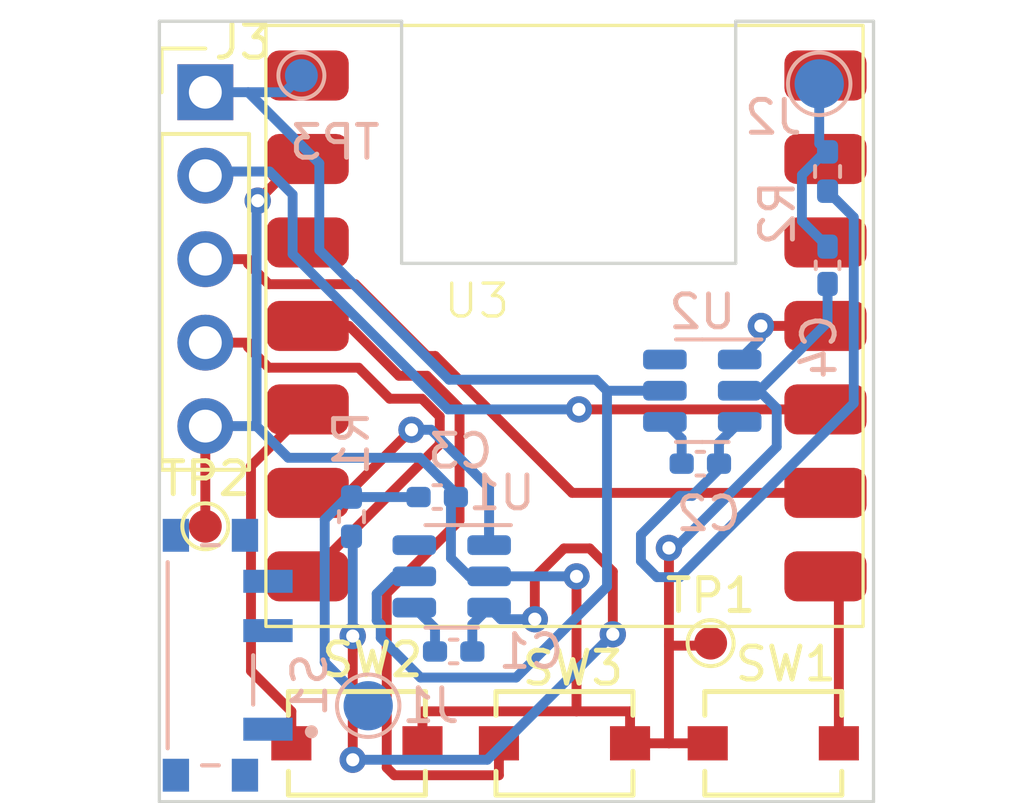
<source format=kicad_pcb>
(kicad_pcb (version 20221018) (generator pcbnew)
  (layers (0 "F.Cu" signal) (31 "B.Cu" signal) (34 "B.Paste" user) (35 "F.Paste" user) (36 "B.SilkS" user "B.Silkscreen") (37 "F.SilkS" user "F.Silkscreen") (38 "B.Mask" user) (39 "F.Mask" user) (44 "Edge.Cuts" user))
  (net 0 "")
  (net 1 "Net-(U2-SNSK)")
  (net 2 "Net-(U2-SNS)")
  (net 3 "Net-(J1-Pin_1)")
  (net 4 "GND")
  (net 5 "Net-(U1-SNSK)")
  (net 6 "Net-(U1-SNS)")
  (net 7 "/SDA")
  (net 8 "/SCL")
  (net 9 "/mouse_act")
  (net 10 "VDD")
  (net 11 "/INT")
  (net 12 "/keyb_act")
  (net 15 "Net-(J2-Pin_1)")
  (net 20 "/button")
  (net 21 "/select")
  (net 22 "/but3")
  (footprint "Connector_PinHeader_2.54mm:PinHeader_1x05_P2.54mm_Vertical" (layer "F.Cu") (at 104.14 42.418)
    (fp_text reference "J3" (at 1.143 -1.524) (layer "F.SilkS"))
    (fp_text value "Conn_01x05_Pin")
    (fp_line (start -1.33 -1.33) (end 0 -1.33) (stroke (width 0.12)) (layer "F.SilkS"))
    (fp_line (start -1.33 0) (end -1.33 -1.33) (stroke (width 0.12)) (layer "F.SilkS"))
    (fp_line (start -1.33 1.27) (end -1.33 11.49) (stroke (width 0.12)) (layer "F.SilkS"))
    (fp_line (start -1.33 1.27) (end 1.33 1.27) (stroke (width 0.12)) (layer "F.SilkS"))
    (fp_line (start -1.33 11.49) (end 1.33 11.49) (stroke (width 0.12)) (layer "F.SilkS"))
    (fp_line (start 1.33 1.27) (end 1.33 11.49) (stroke (width 0.12)) (layer "F.SilkS"))
    (pad "1" thru_hole rect (at 0 0) (size 1.7 1.7) (drill 1) (layers "*.Cu" "*.Mask") (net 10 "VDD"))
    (pad "2" thru_hole oval (at 0 2.54) (size 1.7 1.7) (drill 1) (layers "*.Cu" "*.Mask") (net 7 "/SDA"))
    (pad "3" thru_hole oval (at 0 5.08) (size 1.7 1.7) (drill 1) (layers "*.Cu" "*.Mask") (net 8 "/SCL"))
    (pad "4" thru_hole oval (at 0 7.62) (size 1.7 1.7) (drill 1) (layers "*.Cu" "*.Mask") (net 11 "/INT"))
    (pad "5" thru_hole oval (at 0 10.16) (size 1.7 1.7) (drill 1) (layers "*.Cu" "*.Mask") (net 4 "GND"))
  )
  (footprint "TestPoint:TestPoint_Pad_D1.0mm" (layer "F.Cu") (at 119.507 59.182)
    (fp_text reference "TP1" (at 0 -1.448) (layer "F.SilkS"))
    (fp_text value "TestPoint")
    (fp_circle (center 0 0) (end 0 0.7) (stroke (width 0.12)) (fill none) (layer "F.SilkS"))
    (pad "1" smd circle (at 0 0) (size 1 1) (layers "F.Cu" "F.Mask") (net 4 "GND"))
  )
  (footprint "push3x4.5:SW_F160QG_EWI" (layer "F.Cu") (at 115.062 62.23)
    (fp_text reference "SW3" (at 0.254 -2.286 unlocked) (layer "F.SilkS"))
    (fp_text value "TL1015AF160QG")
    (fp_line (start -2.0828 -1.5748) (end -2.0828 -0.85344) (stroke (width 0.1524)) (layer "F.SilkS"))
    (fp_line (start -2.0828 0.85344) (end -2.0828 1.5748) (stroke (width 0.1524)) (layer "F.SilkS"))
    (fp_line (start -2.0828 1.5748) (end 2.0828 1.5748) (stroke (width 0.1524)) (layer "F.SilkS"))
    (fp_line (start 2.0828 -1.5748) (end -2.0828 -1.5748) (stroke (width 0.1524)) (layer "F.SilkS"))
    (fp_line (start 2.0828 -0.85344) (end 2.0828 -1.5748) (stroke (width 0.1524)) (layer "F.SilkS"))
    (fp_line (start 2.0828 1.5748) (end 2.0828 0.85344) (stroke (width 0.1524)) (layer "F.SilkS"))
    (pad "1" smd rect (at -1.9939 0) (size 1.2192 1.0414) (layers "F.Cu" "F.Paste" "F.Mask") (net 20 "/button"))
    (pad "2" smd rect (at 1.9939 0) (size 1.2192 1.0414) (layers "F.Cu" "F.Paste" "F.Mask") (net 4 "GND"))
  )
  (footprint "push3x4.5:SW_F160QG_EWI" (layer "F.Cu") (at 108.7501 62.23)
    (fp_text reference "SW2" (at 0.4699 -2.54 unlocked) (layer "F.SilkS"))
    (fp_text value "TL1015AF160QG")
    (fp_line (start -2.0828 -1.5748) (end -2.0828 -0.85344) (stroke (width 0.1524)) (layer "F.SilkS"))
    (fp_line (start -2.0828 0.85344) (end -2.0828 1.5748) (stroke (width 0.1524)) (layer "F.SilkS"))
    (fp_line (start -2.0828 1.5748) (end 2.0828 1.5748) (stroke (width 0.1524)) (layer "F.SilkS"))
    (fp_line (start 2.0828 -1.5748) (end -2.0828 -1.5748) (stroke (width 0.1524)) (layer "F.SilkS"))
    (fp_line (start 2.0828 -0.85344) (end 2.0828 -1.5748) (stroke (width 0.1524)) (layer "F.SilkS"))
    (fp_line (start 2.0828 1.5748) (end 2.0828 0.85344) (stroke (width 0.1524)) (layer "F.SilkS"))
    (pad "1" smd rect (at -1.9939 0) (size 1.2192 1.0414) (layers "F.Cu" "F.Paste" "F.Mask") (net 21 "/select"))
    (pad "2" smd rect (at 1.9939 0) (size 1.2192 1.0414) (layers "F.Cu" "F.Paste" "F.Mask") (net 4 "GND"))
  )
  (footprint "push3x4.5:SW_F160QG_EWI" (layer "F.Cu") (at 121.412 62.23 180)
    (fp_text reference "SW1" (at -0.381 2.413 unlocked) (layer "F.SilkS"))
    (fp_text value "TL1015AF160QG")
    (fp_line (start -2.0828 -1.5748) (end -2.0828 -0.85344) (stroke (width 0.1524)) (layer "F.SilkS"))
    (fp_line (start -2.0828 0.85344) (end -2.0828 1.5748) (stroke (width 0.1524)) (layer "F.SilkS"))
    (fp_line (start -2.0828 1.5748) (end 2.0828 1.5748) (stroke (width 0.1524)) (layer "F.SilkS"))
    (fp_line (start 2.0828 -1.5748) (end -2.0828 -1.5748) (stroke (width 0.1524)) (layer "F.SilkS"))
    (fp_line (start 2.0828 -0.85344) (end 2.0828 -1.5748) (stroke (width 0.1524)) (layer "F.SilkS"))
    (fp_line (start 2.0828 1.5748) (end 2.0828 0.85344) (stroke (width 0.1524)) (layer "F.SilkS"))
    (pad "1" smd rect (at -1.9939 0 180) (size 1.2192 1.0414) (layers "F.Cu" "F.Paste" "F.Mask") (net 22 "/but3"))
    (pad "2" smd rect (at 1.9939 0 180) (size 1.2192 1.0414) (layers "F.Cu" "F.Paste" "F.Mask") (net 4 "GND"))
  )
  (footprint "TestPoint:TestPoint_Pad_D1.0mm" (layer "F.Cu") (at 104.14 55.626)
    (fp_text reference "TP2" (at 0 -1.448) (layer "F.SilkS"))
    (fp_text value "TestPoint")
    (fp_circle (center 0 0) (end 0 0.7) (stroke (width 0.12)) (fill none) (layer "F.SilkS"))
    (pad "1" smd circle (at 0 0) (size 1 1) (layers "F.Cu" "F.Mask") (net 4 "GND"))
  )
  (footprint "seeed:Seeed Xiao" (layer "F.Cu") (at 109.0295 41.91)
    (fp_text reference "U3" (at 3.3655 6.858 unlocked) (layer "F.SilkS") (effects (font (thickness 0.1))))
    (fp_text value "Xiao")
    (fp_rect (start -3.048 -1.524) (end 15.113 16.764) (stroke (width 0.1)) (fill none) (layer "F.SilkS"))
    (pad "1" smd roundrect (at -1.778 0) (size 2.5 1.524) (layers "F.Cu" "F.Paste" "F.Mask"))
    (pad "2" smd roundrect (at -1.778 2.54) (size 2.5 1.524) (layers "F.Cu" "F.Paste" "F.Mask") (net 4 "GND"))
    (pad "3" smd roundrect (at -1.778 5.08) (size 2.5 1.524) (layers "F.Cu" "F.Paste" "F.Mask") (net 10 "VDD"))
    (pad "4" smd roundrect (at -1.778 7.62) (size 2.5 1.524) (layers "F.Cu" "F.Paste" "F.Mask") (net 20 "/button"))
    (pad "5" smd roundrect (at -1.778 10.16) (size 2.5 1.524) (layers "F.Cu" "F.Paste" "F.Mask") (net 21 "/select"))
    (pad "6" smd roundrect (at -1.778 12.7) (size 2.5 1.524) (layers "F.Cu" "F.Paste" "F.Mask") (net 9 "/mouse_act"))
    (pad "7" smd roundrect (at -1.778 15.24) (size 2.5 1.524) (layers "F.Cu" "F.Paste" "F.Mask") (net 11 "/INT"))
    (pad "8" smd roundrect (at 13.97 15.24) (size 2.5 1.524) (layers "F.Cu" "F.Paste" "F.Mask") (net 22 "/but3"))
    (pad "9" smd roundrect (at 13.97 12.7) (size 2.5 1.524) (layers "F.Cu" "F.Paste" "F.Mask") (net 8 "/SCL"))
    (pad "10" smd roundrect (at 13.97 10.16) (size 2.5 1.524) (layers "F.Cu" "F.Paste" "F.Mask") (net 7 "/SDA"))
    (pad "11" smd roundrect (at 13.97 7.62) (size 2.5 1.524) (layers "F.Cu" "F.Paste" "F.Mask") (net 12 "/keyb_act"))
    (pad "12" smd roundrect (at 13.97 5.08) (size 2.5 1.524) (layers "F.Cu" "F.Paste" "F.Mask"))
    (pad "13" smd roundrect (at 13.97 2.54) (size 2.5 1.524) (layers "F.Cu" "F.Paste" "F.Mask"))
    (pad "14" smd roundrect (at 13.97 0) (size 2.5 1.524) (layers "F.Cu" "F.Paste" "F.Mask"))
  )
  (footprint "Capacitor_SMD:C_0402_1005Metric_Pad0.74x0.62mm_HandSolder" (layer "B.Cu") (at 119.1935 53.721 180)
    (fp_text reference "C2" (at -0.254 -1.524) (layer "B.SilkS") (effects (justify mirror)))
    (fp_text value "Cs")
    (fp_line (start -0.115835 -0.36) (end 0.115835 -0.36) (stroke (width 0.12)) (layer "B.SilkS"))
    (fp_line (start -0.115835 0.36) (end 0.115835 0.36) (stroke (width 0.12)) (layer "B.SilkS"))
    (pad "1" smd roundrect (at -0.5675 0 180) (size 0.735 0.62) (layers "B.Cu" "B.Paste" "B.Mask") (net 1 "Net-(U2-SNSK)"))
    (pad "2" smd roundrect (at 0.5675 0 180) (size 0.735 0.62) (layers "B.Cu" "B.Paste" "B.Mask") (net 2 "Net-(U2-SNS)"))
  )
  (footprint "Capacitor_SMD:C_0402_1005Metric_Pad0.74x0.62mm_HandSolder" (layer "B.Cu") (at 123.063 47.6845 -90)
    (fp_text reference "C4" (at 2.4805 0.254 90) (layer "B.SilkS") (effects (justify mirror)))
    (fp_text value "Cx")
    (fp_line (start -0.115835 -0.36) (end 0.115835 -0.36) (stroke (width 0.12)) (layer "B.SilkS"))
    (fp_line (start -0.115835 0.36) (end 0.115835 0.36) (stroke (width 0.12)) (layer "B.SilkS"))
    (pad "1" smd roundrect (at -0.5675 0 270) (size 0.735 0.62) (layers "B.Cu" "B.Paste" "B.Mask") (net 15 "Net-(J2-Pin_1)"))
    (pad "2" smd roundrect (at 0.5675 0 270) (size 0.735 0.62) (layers "B.Cu" "B.Paste" "B.Mask") (net 4 "GND"))
  )
  (footprint "TestPoint:TestPoint_Pad_D1.5mm" (layer "B.Cu") (at 109.093 61.087 180)
    (fp_text reference "J1" (at -1.905 0) (layer "B.SilkS") (effects (justify mirror)))
    (fp_text value "Conn_01x01_Pin")
    (fp_circle (center 0 0) (end 0 -0.95) (stroke (width 0.12)) (fill none) (layer "B.SilkS"))
    (pad "1" smd circle (at 0 0 180) (size 1.5 1.5) (layers "B.Cu" "B.Mask") (net 3 "Net-(J1-Pin_1)"))
  )
  (footprint "Package_TO_SOT_SMD:SOT-23-6" (layer "B.Cu") (at 111.633 57.15 180)
    (fp_text reference "U1" (at -1.524 2.54) (layer "B.SilkS") (effects (justify mirror)))
    (fp_text value "AT42QT1011-TSHR")
    (fp_line (start 0 -1.56) (end -0.8 -1.56) (stroke (width 0.12)) (layer "B.SilkS"))
    (fp_line (start 0 -1.56) (end 0.8 -1.56) (stroke (width 0.12)) (layer "B.SilkS"))
    (fp_line (start 0 1.56) (end -1.8 1.56) (stroke (width 0.12)) (layer "B.SilkS"))
    (fp_line (start 0 1.56) (end 0.8 1.56) (stroke (width 0.12)) (layer "B.SilkS"))
    (pad "1" smd roundrect (at -1.1375 0.95 180) (size 1.325 0.6) (layers "B.Cu" "B.Paste" "B.Mask") (net 9 "/mouse_act"))
    (pad "2" smd roundrect (at -1.1375 0 180) (size 1.325 0.6) (layers "B.Cu" "B.Paste" "B.Mask") (net 4 "GND"))
    (pad "3" smd roundrect (at -1.1375 -0.95 180) (size 1.325 0.6) (layers "B.Cu" "B.Paste" "B.Mask") (net 5 "Net-(U1-SNSK)"))
    (pad "4" smd roundrect (at 1.1375 -0.95 180) (size 1.325 0.6) (layers "B.Cu" "B.Paste" "B.Mask") (net 6 "Net-(U1-SNS)"))
    (pad "5" smd roundrect (at 1.1375 0 180) (size 1.325 0.6) (layers "B.Cu" "B.Paste" "B.Mask") (net 10 "VDD"))
    (pad "6" smd roundrect (at 1.1375 0.95 180) (size 1.325 0.6) (layers "B.Cu" "B.Paste" "B.Mask"))
  )
  (footprint "Resistor_SMD:R_0402_1005Metric_Pad0.72x0.64mm_HandSolder" (layer "B.Cu") (at 123.063 44.831 90)
    (fp_text reference "R2" (at -1.27 -1.524 90) (layer "B.SilkS") (effects (justify mirror)))
    (fp_text value "Rs")
    (fp_line (start -0.167621 -0.38) (end 0.167621 -0.38) (stroke (width 0.12)) (layer "B.SilkS"))
    (fp_line (start -0.167621 0.38) (end 0.167621 0.38) (stroke (width 0.12)) (layer "B.SilkS"))
    (pad "1" smd roundrect (at -0.5975 0 90) (size 0.715 0.64) (layers "B.Cu" "B.Paste" "B.Mask") (net 1 "Net-(U2-SNSK)"))
    (pad "2" smd roundrect (at 0.5975 0 90) (size 0.715 0.64) (layers "B.Cu" "B.Paste" "B.Mask") (net 15 "Net-(J2-Pin_1)"))
  )
  (footprint "Capacitor_SMD:C_0402_1005Metric_Pad0.74x0.62mm_HandSolder" (layer "B.Cu") (at 111.6925 59.436 180)
    (fp_text reference "C1" (at -2.3535 0) (layer "B.SilkS") (effects (justify mirror)))
    (fp_text value "Cs")
    (fp_line (start -0.115835 -0.36) (end 0.115835 -0.36) (stroke (width 0.12)) (layer "B.SilkS"))
    (fp_line (start -0.115835 0.36) (end 0.115835 0.36) (stroke (width 0.12)) (layer "B.SilkS"))
    (pad "1" smd roundrect (at -0.5675 0 180) (size 0.735 0.62) (layers "B.Cu" "B.Paste" "B.Mask") (net 5 "Net-(U1-SNSK)"))
    (pad "2" smd roundrect (at 0.5675 0 180) (size 0.735 0.62) (layers "B.Cu" "B.Paste" "B.Mask") (net 6 "Net-(U1-SNS)"))
  )
  (footprint "TestPoint:TestPoint_Pad_D1.5mm" (layer "B.Cu") (at 122.809 42.164 180)
    (fp_text reference "J2" (at 1.397 -1.016) (layer "B.SilkS") (effects (justify mirror)))
    (fp_text value "Conn_01x01_Pin")
    (fp_circle (center 0 0) (end 0 -0.95) (stroke (width 0.12)) (fill none) (layer "B.SilkS"))
    (pad "1" smd circle (at 0 0 180) (size 1.5 1.5) (layers "B.Cu" "B.Mask") (net 15 "Net-(J2-Pin_1)"))
  )
  (footprint "Capacitor_SMD:C_0402_1005Metric_Pad0.74x0.62mm_HandSolder" (layer "B.Cu") (at 111.1925 54.737)
    (fp_text reference "C3" (at 0.7025 -1.397) (layer "B.SilkS") (effects (justify mirror)))
    (fp_text value "Cx")
    (fp_line (start -0.115835 -0.36) (end 0.115835 -0.36) (stroke (width 0.12)) (layer "B.SilkS"))
    (fp_line (start -0.115835 0.36) (end 0.115835 0.36) (stroke (width 0.12)) (layer "B.SilkS"))
    (pad "1" smd roundrect (at -0.5675 0) (size 0.735 0.62) (layers "B.Cu" "B.Paste" "B.Mask") (net 3 "Net-(J1-Pin_1)"))
    (pad "2" smd roundrect (at 0.5675 0) (size 0.735 0.62) (layers "B.Cu" "B.Paste" "B.Mask") (net 4 "GND"))
  )
  (footprint "slideswitch:SW_EG1215AA" (layer "B.Cu") (at 104.295 59.551 90)
    (fp_text reference "S1" (at -0.901 3.02 90) (layer "B.SilkS") (effects (justify mirror)))
    (fp_text value "EG1215AA")
    (fp_line (start -3.35 0.254) (end -3.35 -0.254) (stroke (width 0.127)) (layer "B.SilkS"))
    (fp_line (start -2.83 -1.3) (end 2.83 -1.3) (stroke (width 0.127)) (layer "B.SilkS"))
    (fp_line (start -1.5 1.3) (end 0 1.3) (stroke (width 0.127)) (layer "B.SilkS"))
    (fp_line (start 3.35 0.254) (end 3.35 -0.254) (stroke (width 0.127)) (layer "B.SilkS"))
    (fp_circle (center -2.329 3.071) (end -2.229 3.071) (stroke (width 0.2)) (fill none) (layer "B.SilkS"))
    (pad "" np_thru_hole circle (at -1.5 0 90) (size 0.9 0.9) (drill 0.9) (layers "*.Cu" "*.Mask"))
    (pad "" np_thru_hole circle (at 1.5 0 90) (size 0.9 0.9) (drill 0.9) (layers "*.Cu" "*.Mask"))
    (pad "1" smd rect (at -2.25 1.75 90) (size 0.7 1.5) (layers "B.Cu" "B.Paste" "B.Mask"))
    (pad "2" smd rect (at 0.75 1.75 90) (size 0.7 1.5) (layers "B.Cu" "B.Paste" "B.Mask"))
    (pad "3" smd rect (at 2.25 1.75 90) (size 0.7 1.5) (layers "B.Cu" "B.Paste" "B.Mask"))
    (pad "S1" smd rect (at -3.65 1.05 90) (size 1 0.8) (layers "B.Cu" "B.Paste" "B.Mask"))
    (pad "S2" smd rect (at -3.65 -1.05 90) (size 1 0.8) (layers "B.Cu" "B.Paste" "B.Mask"))
    (pad "S3" smd rect (at 3.65 -1.05 90) (size 1 0.8) (layers "B.Cu" "B.Paste" "B.Mask"))
    (pad "S4" smd rect (at 3.65 1.05 90) (size 1 0.8) (layers "B.Cu" "B.Paste" "B.Mask"))
  )
  (footprint "TestPoint:TestPoint_Pad_D1.0mm" (layer "B.Cu") (at 107.061 41.91 180)
    (fp_text reference "TP3" (at -1.016 -2.032) (layer "B.SilkS") (effects (justify mirror)))
    (fp_text value "TestPoint")
    (fp_circle (center 0 0) (end 0 -0.7) (stroke (width 0.12)) (fill none) (layer "B.SilkS"))
    (pad "1" smd circle (at 0 0 180) (size 1 1) (layers "B.Cu" "B.Mask") (net 10 "VDD"))
  )
  (footprint "Package_TO_SOT_SMD:SOT-23-6" (layer "B.Cu") (at 119.253 51.501 180)
    (fp_text reference "U2" (at 0 2.4) (layer "B.SilkS") (effects (justify mirror)))
    (fp_text value "AT42QT1011-TSHR")
    (fp_line (start 0 -1.56) (end -0.8 -1.56) (stroke (width 0.12)) (layer "B.SilkS"))
    (fp_line (start 0 -1.56) (end 0.8 -1.56) (stroke (width 0.12)) (layer "B.SilkS"))
    (fp_line (start 0 1.56) (end -1.8 1.56) (stroke (width 0.12)) (layer "B.SilkS"))
    (fp_line (start 0 1.56) (end 0.8 1.56) (stroke (width 0.12)) (layer "B.SilkS"))
    (pad "1" smd roundrect (at -1.1375 0.95 180) (size 1.325 0.6) (layers "B.Cu" "B.Paste" "B.Mask") (net 12 "/keyb_act"))
    (pad "2" smd roundrect (at -1.1375 0 180) (size 1.325 0.6) (layers "B.Cu" "B.Paste" "B.Mask") (net 4 "GND"))
    (pad "3" smd roundrect (at -1.1375 -0.95 180) (size 1.325 0.6) (layers "B.Cu" "B.Paste" "B.Mask") (net 1 "Net-(U2-SNSK)"))
    (pad "4" smd roundrect (at 1.1375 -0.95 180) (size 1.325 0.6) (layers "B.Cu" "B.Paste" "B.Mask") (net 2 "Net-(U2-SNS)"))
    (pad "5" smd roundrect (at 1.1375 0 180) (size 1.325 0.6) (layers "B.Cu" "B.Paste" "B.Mask") (net 10 "VDD"))
    (pad "6" smd roundrect (at 1.1375 0.95 180) (size 1.325 0.6) (layers "B.Cu" "B.Paste" "B.Mask"))
  )
  (footprint "Resistor_SMD:R_0402_1005Metric_Pad0.72x0.64mm_HandSolder" (layer "B.Cu") (at 108.585 55.3345 90)
    (fp_text reference "R1" (at 2.2485 0 90) (layer "B.SilkS") (effects (justify mirror)))
    (fp_text value "Rs")
    (fp_line (start -0.167621 -0.38) (end 0.167621 -0.38) (stroke (width 0.12)) (layer "B.SilkS"))
    (fp_line (start -0.167621 0.38) (end 0.167621 0.38) (stroke (width 0.12)) (layer "B.SilkS"))
    (pad "1" smd roundrect (at -0.5975 0 90) (size 0.715 0.64) (layers "B.Cu" "B.Paste" "B.Mask") (net 5 "Net-(U1-SNSK)"))
    (pad "2" smd roundrect (at 0.5975 0 90) (size 0.715 0.64) (layers "B.Cu" "B.Paste" "B.Mask") (net 3 "Net-(J1-Pin_1)"))
  )
  (gr_line (start 110.109 40.259) (end 102.743 40.259) (stroke (width 0.1)) (layer "Edge.Cuts"))
  (gr_line (start 102.743 40.259) (end 102.743 64.008) (stroke (width 0.1)) (layer "Edge.Cuts"))
  (gr_line (start 102.743 64.008) (end 124.46 64.008) (stroke (width 0.1)) (layer "Edge.Cuts"))
  (gr_line (start 124.46 40.259) (end 120.269 40.259) (stroke (width 0.1)) (layer "Edge.Cuts"))
  (gr_line (start 120.269 47.625) (end 110.109 47.625) (stroke (width 0.1)) (layer "Edge.Cuts"))
  (gr_line (start 124.46 64.008) (end 124.46 40.259) (stroke (width 0.1)) (layer "Edge.Cuts"))
  (gr_line (start 110.109 47.625) (end 110.109 40.259) (stroke (width 0.1)) (layer "Edge.Cuts"))
  (gr_line (start 120.269 40.259) (end 120.269 47.625) (stroke (width 0.1)) (layer "Edge.Cuts"))
  (segment (start 118.945 54.7016) (end 118.567 54.7016) (width 0.3) (layer "B.Cu") (net 1))
  (segment (start 120.0755 52.7657) (end 120.0758 52.7657) (width 0.3) (layer "B.Cu") (net 1))
  (segment (start 119.761 53.8859) (end 118.945 54.7016) (width 0.3) (layer "B.Cu") (net 1))
  (segment (start 120.0755 52.7657) (end 119.761 53.0805) (width 0.3) (layer "B.Cu") (net 1))
  (segment (start 117.387 56.6875) (end 117.873 57.1737) (width 0.3) (layer "B.Cu") (net 1))
  (segment (start 118.568 57.1737) (end 123.859 51.8834) (width 0.3) (layer "B.Cu") (net 1))
  (segment (start 123.859 46.2242) (end 123.063 45.4285) (width 0.3) (layer "B.Cu") (net 1))
  (segment (start 117.387 55.8823) (end 117.387 56.6875) (width 0.3) (layer "B.Cu") (net 1))
  (segment (start 117.873 57.1737) (end 118.568 57.1737) (width 0.3) (layer "B.Cu") (net 1))
  (segment (start 118.567 54.7016) (end 117.387 55.8823) (width 0.3) (layer "B.Cu") (net 1))
  (segment (start 119.761 53.0805) (end 119.761 53.721) (width 0.3) (layer "B.Cu") (net 1))
  (segment (start 123.859 51.8834) (end 123.859 46.2242) (width 0.3) (layer "B.Cu") (net 1))
  (segment (start 120.39 52.451) (end 120.0755 52.7657) (width 0.3) (layer "B.Cu") (net 1))
  (segment (start 120.0758 52.7657) (end 120.3905 52.451) (width 0.3) (layer "B.Cu") (net 1))
  (segment (start 119.761 53.721) (end 119.761 53.8859) (width 0.3) (layer "B.Cu") (net 1))
  (segment (start 118.1155 52.451) (end 118.116 52.451) (width 0.3) (layer "B.Cu") (net 2))
  (segment (start 118.626 52.9615) (end 118.626 53.721) (width 0.3) (layer "B.Cu") (net 2))
  (segment (start 118.116 52.451) (end 118.626 52.9615) (width 0.3) (layer "B.Cu") (net 2))
  (segment (start 110.625 54.737) (end 108.585 54.737) (width 0.3) (layer "B.Cu") (net 3))
  (segment (start 108.585 54.737) (end 108.454 54.737) (width 0.3) (layer "B.Cu") (net 3))
  (segment (start 107.771 55.4198) (end 107.771 59.765) (width 0.3) (layer "B.Cu") (net 3))
  (segment (start 107.771 59.765) (end 109.093 61.087) (width 0.3) (layer "B.Cu") (net 3))
  (segment (start 108.454 54.737) (end 107.771 55.4198) (width 0.3) (layer "B.Cu") (net 3))
  (segment (start 117.6475 62.23) (end 117.0559 62.23) (width 0.3) (layer "F.Cu") (net 4))
  (segment (start 110.744 61.2574) (end 115.428 61.2574) (width 0.3) (layer "F.Cu") (net 4))
  (segment (start 119.418 62.23) (end 118.239 62.23) (width 0.3) (layer "F.Cu") (net 4))
  (segment (start 118.239 59.2583) (end 119.4307 59.2583) (width 0.3) (layer "F.Cu") (net 4))
  (segment (start 118.239 59.2583) (end 118.239 56.2866) (width 0.3) (layer "F.Cu") (net 4))
  (segment (start 104.14 52.578) (end 104.14 55.626) (width 0.3) (layer "F.Cu") (net 4))
  (segment (start 107.002 44.45) (end 107.2515 44.45) (width 0.3) (layer "F.Cu") (net 4))
  (segment (start 107.2515 44.45) (end 107.252 44.45) (width 0.3) (layer "F.Cu") (net 4))
  (segment (start 117.056 62.23) (end 117.056 61.2574) (width 0.3) (layer "F.Cu") (net 4))
  (segment (start 118.239 62.23) (end 118.239 59.2583) (width 0.3) (layer "F.Cu") (net 4))
  (segment (start 119.4307 59.2583) (end 119.507 59.182) (width 0.3) (layer "F.Cu") (net 4))
  (segment (start 115.428 61.2574) (end 115.428 57.1516) (width 0.3) (layer "F.Cu") (net 4))
  (segment (start 110.744 62.23) (end 110.744 61.2574) (width 0.3) (layer "F.Cu") (net 4))
  (segment (start 117.6475 62.23) (end 117.056 62.23) (width 0.3) (layer "F.Cu") (net 4))
  (segment (start 119.418 62.23) (end 119.4181 62.23) (width 0.3) (layer "F.Cu") (net 4))
  (segment (start 118.239 62.23) (end 117.6475 62.23) (width 0.3) (layer "F.Cu") (net 4))
  (segment (start 117.056 61.2574) (end 115.428 61.2574) (width 0.3) (layer "F.Cu") (net 4))
  (segment (start 105.733 45.7187) (end 107.002 44.45) (width 0.3) (layer "F.Cu") (net 4))
  (via (at 105.733 45.7187) (size 0.8) (drill 0.4) (layers "F.Cu" "B.Cu") (net 4))
  (via (at 115.428 57.1516) (size 0.8) (drill 0.4) (layers "F.Cu" "B.Cu") (net 4))
  (via (at 118.239 56.2866) (size 0.8) (drill 0.4) (layers "F.Cu" "B.Cu") (net 4))
  (segment (start 111.76 54.6288) (end 111.76 54.737) (width 0.3) (layer "B.Cu") (net 4))
  (segment (start 111.61 56.5989) (end 111.61 54.8865) (width 0.3) (layer "B.Cu") (net 4))
  (segment (start 105.698 52.578) (end 106.662 53.5415) (width 0.3) (layer "B.Cu") (net 4))
  (segment (start 120.39 51.501) (end 120.3905 51.501) (width 0.3) (layer "B.Cu") (net 4))
  (segment (start 120.981 51.501) (end 123.063 49.4189) (width 0.3) (layer "B.Cu") (net 4))
  (segment (start 115.428 57.1516) (end 115.427 57.15) (width 0.3) (layer "B.Cu") (net 4))
  (segment (start 120.981 51.501) (end 121.517 52.0368) (width 0.3) (layer "B.Cu") (net 4))
  (segment (start 120.3905 51.501) (end 120.981 51.501) (width 0.3) (layer "B.Cu") (net 4))
  (segment (start 121.517 52.0368) (end 121.517 53.2056) (width 0.3) (layer "B.Cu") (net 4))
  (segment (start 123.063 49.4189) (end 123.063 48.252) (width 0.3) (layer "B.Cu") (net 4))
  (segment (start 111.61 54.8865) (end 111.76 54.737) (width 0.3) (layer "B.Cu") (net 4))
  (segment (start 115.427 57.15) (end 112.7705 57.15) (width 0.3) (layer "B.Cu") (net 4))
  (segment (start 121.517 53.2056) (end 118.436 56.2866) (width 0.3) (layer "B.Cu") (net 4))
  (segment (start 112.162 57.15) (end 111.61 56.5989) (width 0.3) (layer "B.Cu") (net 4))
  (segment (start 110.673 53.5415) (end 111.76 54.6288) (width 0.3) (layer "B.Cu") (net 4))
  (segment (start 106.662 53.5415) (end 110.673 53.5415) (width 0.3) (layer "B.Cu") (net 4))
  (segment (start 118.436 56.2866) (end 118.239 56.2866) (width 0.3) (layer "B.Cu") (net 4))
  (segment (start 105.698 52.578) (end 105.698 45.7535) (width 0.3) (layer "B.Cu") (net 4))
  (segment (start 105.698 45.7535) (end 105.733 45.7187) (width 0.3) (layer "B.Cu") (net 4))
  (segment (start 112.7705 57.15) (end 112.162 57.15) (width 0.3) (layer "B.Cu") (net 4))
  (segment (start 104.14 52.578) (end 105.698 52.578) (width 0.3) (layer "B.Cu") (net 4))
  (segment (start 108.623 58.9665) (end 108.623 62.7312) (width 0.3) (layer "F.Cu") (net 5))
  (segment (start 116.532 57.0038) (end 115.828 56.2996) (width 0.3) (layer "F.Cu") (net 5))
  (segment (start 115.047 56.2996) (end 114.16 57.1862) (width 0.3) (layer "F.Cu") (net 5))
  (segment (start 114.16 57.1862) (end 114.16 58.4539) (width 0.3) (layer "F.Cu") (net 5))
  (segment (start 115.828 56.2996) (end 115.047 56.2996) (width 0.3) (layer "F.Cu") (net 5))
  (segment (start 116.532 58.9121) (end 116.532 57.0038) (width 0.3) (layer "F.Cu") (net 5))
  (via (at 108.623 62.7312) (size 0.8) (drill 0.4) (layers "F.Cu" "B.Cu") (net 5))
  (via (at 116.532 58.9121) (size 0.8) (drill 0.4) (layers "F.Cu" "B.Cu") (net 5))
  (via (at 108.623 58.9665) (size 0.8) (drill 0.4) (layers "F.Cu" "B.Cu") (net 5))
  (via (at 114.16 58.4539) (size 0.8) (drill 0.4) (layers "F.Cu" "B.Cu") (net 5))
  (segment (start 112.77 58.1) (end 112.26 58.6105) (width 0.3) (layer "B.Cu") (net 5))
  (segment (start 112.26 58.6105) (end 112.26 59.436) (width 0.3) (layer "B.Cu") (net 5))
  (segment (start 108.585 55.932) (end 108.623 55.9699) (width 0.3) (layer "B.Cu") (net 5))
  (segment (start 108.623 55.9699) (end 108.623 58.9665) (width 0.3) (layer "B.Cu") (net 5))
  (segment (start 112.713 62.7312) (end 108.623 62.7312) (width 0.3) (layer "B.Cu") (net 5))
  (segment (start 112.7705 58.1) (end 112.77 58.1) (width 0.3) (layer "B.Cu") (net 5))
  (segment (start 113.124 58.4539) (end 112.77 58.1) (width 0.3) (layer "B.Cu") (net 5))
  (segment (start 116.532 58.9121) (end 112.713 62.7312) (width 0.3) (layer "B.Cu") (net 5))
  (segment (start 114.16 58.4539) (end 113.124 58.4539) (width 0.3) (layer "B.Cu") (net 5))
  (segment (start 110.8105 58.4147) (end 111.125 58.7295) (width 0.3) (layer "B.Cu") (net 6))
  (segment (start 110.8105 58.4147) (end 110.8102 58.4147) (width 0.3) (layer "B.Cu") (net 6))
  (segment (start 110.8102 58.4147) (end 110.4955 58.1) (width 0.3) (layer "B.Cu") (net 6))
  (segment (start 110.496 58.1) (end 110.8105 58.4147) (width 0.3) (layer "B.Cu") (net 6))
  (segment (start 111.125 58.7295) (end 111.125 59.436) (width 0.3) (layer "B.Cu") (net 6))
  (segment (start 123 52.07) (end 122.9995 52.07) (width 0.3) (layer "F.Cu") (net 7))
  (segment (start 122.9995 52.07) (end 115.501 52.07) (width 0.3) (layer "F.Cu") (net 7))
  (via (at 115.501 52.07) (size 0.8) (drill 0.4) (layers "F.Cu" "B.Cu") (net 7))
  (segment (start 104.267 44.8308) (end 106.095 44.8308) (width 0.3) (layer "B.Cu") (net 7))
  (segment (start 104.14 44.958) (end 104.267 44.8308) (width 0.3) (layer "B.Cu") (net 7))
  (segment (start 106.095 44.8308) (end 106.795 45.53) (width 0.3) (layer "B.Cu") (net 7))
  (segment (start 111.52 52.07) (end 115.501 52.07) (width 0.3) (layer "B.Cu") (net 7))
  (segment (start 106.795 47.3445) (end 111.52 52.07) (width 0.3) (layer "B.Cu") (net 7))
  (segment (start 106.795 45.53) (end 106.795 47.3445) (width 0.3) (layer "B.Cu") (net 7))
  (segment (start 110.883 50.4441) (end 108.699 48.26) (width 0.3) (layer "F.Cu") (net 8))
  (segment (start 106.069 48.26) (end 105.442 47.6329) (width 0.3) (layer "F.Cu") (net 8))
  (segment (start 108.699 48.26) (end 106.069 48.26) (width 0.3) (layer "F.Cu") (net 8))
  (segment (start 123 54.61) (end 122.9995 54.61) (width 0.3) (layer "F.Cu") (net 8))
  (segment (start 115.296 54.61) (end 111.13 50.4441) (width 0.3) (layer "F.Cu") (net 8))
  (segment (start 111.13 50.4441) (end 110.883 50.4441) (width 0.3) (layer "F.Cu") (net 8))
  (segment (start 122.9995 54.61) (end 115.296 54.61) (width 0.3) (layer "F.Cu") (net 8))
  (segment (start 105.442 47.6329) (end 105.442 47.498) (width 0.3) (layer "F.Cu") (net 8))
  (segment (start 105.442 47.498) (end 104.14 47.498) (width 0.3) (layer "F.Cu") (net 8))
  (segment (start 110.41 52.6896) (end 108.49 54.61) (width 0.3) (layer "F.Cu") (net 9))
  (segment (start 108.49 54.61) (end 107.252 54.61) (width 0.3) (layer "F.Cu") (net 9))
  (segment (start 107.252 54.61) (end 107.2515 54.61) (width 0.3) (layer "F.Cu") (net 9))
  (via (at 110.41 52.6896) (size 0.8) (drill 0.4) (layers "F.Cu" "B.Cu") (net 9))
  (segment (start 112.7705 55.6993) (end 112.7705 56.2) (width 0.3) (layer "B.Cu") (net 9))
  (segment (start 112.77 56.2) (end 112.77 55.6988) (width 0.3) (layer "B.Cu") (net 9))
  (segment (start 111.007 52.6896) (end 110.41 52.6896) (width 0.3) (layer "B.Cu") (net 9))
  (segment (start 112.77 55.6988) (end 112.7705 55.6993) (width 0.3) (layer "B.Cu") (net 9))
  (segment (start 112.77 55.6988) (end 112.77 54.4533) (width 0.3) (layer "B.Cu") (net 9))
  (segment (start 112.77 54.4533) (end 111.007 52.6896) (width 0.3) (layer "B.Cu") (net 9))
  (segment (start 110.683 60.2292) (end 113.59 60.2292) (width 0.3) (layer "B.Cu") (net 10))
  (segment (start 116.355 51.501) (end 118.1155 51.501) (width 0.3) (layer "B.Cu") (net 10))
  (segment (start 116.02 51.1656) (end 111.553 51.1656) (width 0.3) (layer "B.Cu") (net 10))
  (segment (start 105.442 42.418) (end 106.553 42.418) (width 0.3) (layer "B.Cu") (net 10))
  (segment (start 106.553 42.418) (end 107.061 41.91) (width 0.3) (layer "B.Cu") (net 10))
  (segment (start 116.355 57.4638) (end 116.355 51.501) (width 0.3) (layer "B.Cu") (net 10))
  (segment (start 110.4955 57.15) (end 109.881 57.15) (width 0.3) (layer "B.Cu") (net 10))
  (segment (start 111.553 51.1656) (end 107.606 47.2185) (width 0.3) (layer "B.Cu") (net 10))
  (segment (start 109.475 59.0206) (end 110.683 60.2292) (width 0.3) (layer "B.Cu") (net 10))
  (segment (start 109.881 57.15) (end 109.352 57.6794) (width 0.3) (layer "B.Cu") (net 10))
  (segment (start 107.606 44.582) (end 105.442 42.418) (width 0.3) (layer "B.Cu") (net 10))
  (segment (start 109.352 57.6794) (end 109.352 58.4907) (width 0.3) (layer "B.Cu") (net 10))
  (segment (start 116.355 51.501) (end 116.02 51.1656) (width 0.3) (layer "B.Cu") (net 10))
  (segment (start 113.59 60.2292) (end 116.355 57.4638) (width 0.3) (layer "B.Cu") (net 10))
  (segment (start 109.352 58.4907) (end 109.475 58.6136) (width 0.3) (layer "B.Cu") (net 10))
  (segment (start 107.606 47.2185) (end 107.606 44.582) (width 0.3) (layer "B.Cu") (net 10))
  (segment (start 110.496 57.15) (end 110.4955 57.15) (width 0.3) (layer "B.Cu") (net 10))
  (segment (start 118.1155 51.501) (end 118.116 51.501) (width 0.3) (layer "B.Cu") (net 10))
  (segment (start 109.475 58.6136) (end 109.475 59.0206) (width 0.3) (layer "B.Cu") (net 10))
  (segment (start 105.442 42.418) (end 104.14 42.418) (width 0.3) (layer "B.Cu") (net 10))
  (segment (start 105.442 50.1729) (end 105.442 50.038) (width 0.3) (layer "F.Cu") (net 11))
  (segment (start 108.801 50.8) (end 106.069 50.8) (width 0.3) (layer "F.Cu") (net 11))
  (segment (start 111.269 52.2859) (end 110.727 51.7436) (width 0.3) (layer "F.Cu") (net 11))
  (segment (start 106.069 50.8) (end 105.442 50.1729) (width 0.3) (layer "F.Cu") (net 11))
  (segment (start 109.745 51.7436) (end 108.801 50.8) (width 0.3) (layer "F.Cu") (net 11))
  (segment (start 107.2515 57.15) (end 107.252 57.15) (width 0.3) (layer "F.Cu") (net 11))
  (segment (start 105.442 50.038) (end 104.14 50.038) (width 0.3) (layer "F.Cu") (net 11))
  (segment (start 110.727 51.7436) (end 109.745 51.7436) (width 0.3) (layer "F.Cu") (net 11))
  (segment (start 111.269 53.1323) (end 111.269 52.2859) (width 0.3) (layer "F.Cu") (net 11))
  (segment (start 107.252 57.15) (end 111.269 53.1323) (width 0.3) (layer "F.Cu") (net 11))
  (segment (start 123 49.53) (end 122.9995 49.53) (width 0.3) (layer "F.Cu") (net 12))
  (segment (start 122.9995 49.53) (end 121.035 49.53) (width 0.3) (layer "F.Cu") (net 12))
  (via (at 121.035 49.53) (size 0.8) (drill 0.4) (layers "F.Cu" "B.Cu") (net 12))
  (segment (start 120.3905 50.551) (end 120.3903 50.5508) (width 0.3) (layer "B.Cu") (net 12))
  (segment (start 121.035 49.9061) (end 121.035 49.53) (width 0.3) (layer "B.Cu") (net 12))
  (segment (start 120.3903 50.5508) (end 121.035 49.9061) (width 0.3) (layer "B.Cu") (net 12))
  (segment (start 120.39 50.551) (end 120.3903 50.5508) (width 0.3) (layer "B.Cu") (net 12))
  (segment (start 122.283 44.9367) (end 122.283 46.3374) (width 0.3) (layer "B.Cu") (net 15))
  (segment (start 122.987 44.2335) (end 122.283 44.9367) (width 0.3) (layer "B.Cu") (net 15))
  (segment (start 122.809 43.9795) (end 122.809 42.164) (width 0.3) (layer "B.Cu") (net 15))
  (segment (start 122.283 46.3374) (end 123.063 47.117) (width 0.3) (layer "B.Cu") (net 15))
  (segment (start 123.063 44.2335) (end 122.987 44.2335) (width 0.3) (layer "B.Cu") (net 15))
  (segment (start 123.063 44.2335) (end 122.809 43.9795) (width 0.3) (layer "B.Cu") (net 15))
  (segment (start 110.029 51.046) (end 108.513 49.53) (width 0.3) (layer "F.Cu") (net 20))
  (segment (start 113.068 62.7163) (end 113.0681 62.7162) (width 0.3) (layer "F.Cu") (net 20))
  (segment (start 113.068 63.2026) (end 109.889 63.2026) (width 0.3) (layer "F.Cu") (net 20))
  (segment (start 108.513 49.53) (end 107.252 49.53) (width 0.3) (layer "F.Cu") (net 20))
  (segment (start 113.068 62.7163) (end 113.068 63.2026) (width 0.3) (layer "F.Cu") (net 20))
  (segment (start 111.871 55.4495) (end 111.871 52.0366) (width 0.3) (layer "F.Cu") (net 20))
  (segment (start 107.2515 49.53) (end 107.252 49.53) (width 0.3) (layer "F.Cu") (net 20))
  (segment (start 109.657 57.6633) (end 111.871 55.4495) (width 0.3) (layer "F.Cu") (net 20))
  (segment (start 109.657 62.9713) (end 109.657 57.6633) (width 0.3) (layer "F.Cu") (net 20))
  (segment (start 113.068 62.23) (end 113.068 62.7163) (width 0.3) (layer "F.Cu") (net 20))
  (segment (start 111.871 52.0366) (end 110.88 51.046) (width 0.3) (layer "F.Cu") (net 20))
  (segment (start 110.88 51.046) (end 110.029 51.046) (width 0.3) (layer "F.Cu") (net 20))
  (segment (start 113.0681 62.7162) (end 113.0681 62.23) (width 0.3) (layer "F.Cu") (net 20))
  (segment (start 109.889 63.2026) (end 109.657 62.9713) (width 0.3) (layer "F.Cu") (net 20))
  (segment (start 106.756 61.2574) (end 106.756 61.7437) (width 0.3) (layer "F.Cu") (net 21))
  (segment (start 106.756 61.7437) (end 106.756 62.23) (width 0.3) (layer "F.Cu") (net 21))
  (segment (start 106.756 61.7437) (end 106.7562 61.7439) (width 0.3) (layer "F.Cu") (net 21))
  (segment (start 105.529 60.0299) (end 106.756 61.2574) (width 0.3) (layer "F.Cu") (net 21))
  (segment (start 106.7562 61.7439) (end 106.7562 62.23) (width 0.3) (layer "F.Cu") (net 21))
  (segment (start 107.2515 52.07) (end 107.2517 52.0702) (width 0.3) (layer "F.Cu") (net 21))
  (segment (start 105.529 53.7928) (end 105.529 60.0299) (width 0.3) (layer "F.Cu") (net 21))
  (segment (start 107.2517 52.0702) (end 105.529 53.7928) (width 0.3) (layer "F.Cu") (net 21))
  (segment (start 107.252 52.07) (end 107.2517 52.0702) (width 0.3) (layer "F.Cu") (net 21))
  (segment (start 123.4059 61.8947) (end 123.4059 62.23) (width 0.3) (layer "F.Cu") (net 22))
  (segment (start 123.406 61.8946) (end 123.4059 61.8947) (width 0.3) (layer "F.Cu") (net 22))
  (segment (start 123.406 61.8946) (end 123.406 62.23) (width 0.3) (layer "F.Cu") (net 22))
  (segment (start 123 57.15) (end 123.406 57.5564) (width 0.3) (layer "F.Cu") (net 22))
  (segment (start 123.406 57.5564) (end 123.406 61.8946) (width 0.3) (layer "F.Cu") (net 22))
  (segment (start 122.9995 57.15) (end 123 57.15) (width 0.3) (layer "F.Cu") (net 22))
)
</source>
